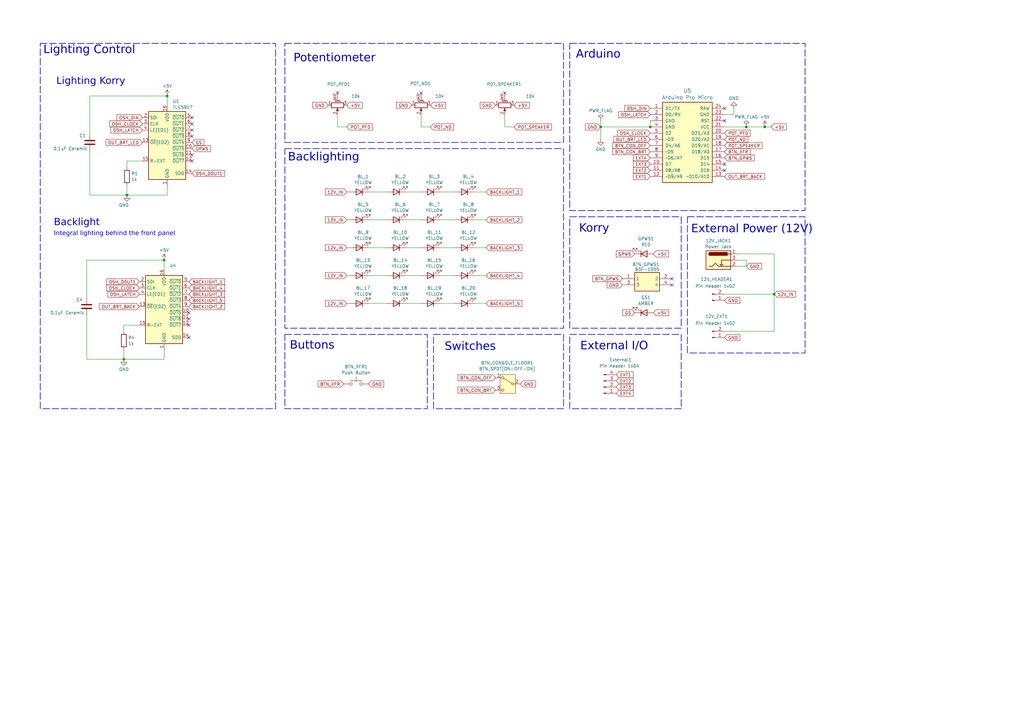
<source format=kicad_sch>
(kicad_sch (version 20231120) (generator "eeschema") (generator_version "8.0")
  (paper "A3")
  (title_block (title "ILLU FO") (date "2024-12-08") (rev "V1.0") (company "S.K."))
  (lib_symbols
    (symbol "Arduino:Sparkfun_Pro_Micro" (pin_names (offset 1.016))
      (property "Reference" "U" (at -8.89 21.59 0))
      (property "Value" "Sparkfun_Pro_Micro" (at 0 19.05 0))
      (symbol "Sparkfun_Pro_Micro_0_1"
        (rectangle (start -10.16 17.78) (end 10.16 -15.24) (stroke (width 0.254)) (fill (type background)))
      )
      (symbol "Sparkfun_Pro_Micro_1_1"
        (pin bidirectional line (at -15.24 15.24 0) (length 5.08) (name "D1/TX") (number "1"))
        (pin bidirectional line (at -15.24 -7.62 0) (length 5.08) (name "D7") (number "10"))
        (pin bidirectional line (at -15.24 -10.16 0) (length 5.08) (name "D8/A8") (number "11"))
        (pin bidirectional line (at -15.24 -12.7 0) (length 5.08) (name "~D9/A9") (number "12"))
        (pin bidirectional line (at 15.24 -12.7 180) (length 5.08) (name "~D10/A10") (number "13"))
        (pin bidirectional line (at 15.24 -10.16 180) (length 5.08) (name "D16") (number "14"))
        (pin bidirectional line (at 15.24 -7.62 180) (length 5.08) (name "D14") (number "15"))
        (pin bidirectional line (at 15.24 -5.08 180) (length 5.08) (name "D15") (number "16"))
        (pin bidirectional line (at 15.24 -2.54 180) (length 5.08) (name "D18/A0") (number "17"))
        (pin bidirectional line (at 15.24 0 180) (length 5.08) (name "D19/A1") (number "18"))
        (pin bidirectional line (at 15.24 2.54 180) (length 5.08) (name "D20/A2") (number "19"))
        (pin bidirectional line (at -15.24 12.7 0) (length 5.08) (name "D0/RX") (number "2"))
        (pin bidirectional line (at 15.24 5.08 180) (length 5.08) (name "D21/A3") (number "20"))
        (pin power_in line (at 15.24 7.62 180) (length 5.08) (name "VCC") (number "21"))
        (pin input line (at 15.24 10.16 180) (length 5.08) (name "RST") (number "22"))
        (pin power_in line (at 15.24 12.7 180) (length 5.08) (name "GND") (number "23"))
        (pin power_in line (at 15.24 15.24 180) (length 5.08) (name "RAW") (number "24"))
        (pin power_in line (at -15.24 10.16 0) (length 5.08) (name "GND") (number "3"))
        (pin power_in line (at -15.24 7.62 0) (length 5.08) (name "GND") (number "4"))
        (pin bidirectional line (at -15.24 5.08 0) (length 5.08) (name "D2") (number "5"))
        (pin bidirectional line (at -15.24 2.54 0) (length 5.08) (name "~D3") (number "6"))
        (pin bidirectional line (at -15.24 0 0) (length 5.08) (name "D4/A6") (number "7"))
        (pin bidirectional line (at -15.24 -2.54 0) (length 5.08) (name "~D5") (number "8"))
        (pin bidirectional line (at -15.24 -5.08 0) (length 5.08) (name "~D6/A7") (number "9"))
      )
    )
    (symbol "Connector:Barrel_Jack_Switch" (pin_names hide)
      (property "Reference" "J" (at 0 5.334 0))
      (property "Value" "Barrel_Jack_Switch" (at 0 -5.08 0))
      (symbol "Barrel_Jack_Switch_0_1"
        (rectangle (start -5.08 3.81) (end 5.08 -3.81) (stroke (width 0.254)) (fill (type background)))
        (arc (start -3.302 3.175) (mid -3.9343 2.54) (end -3.302 1.905) (stroke (width 0.254)))
        (arc (start -3.302 3.175) (mid -3.9343 2.54) (end -3.302 1.905) (stroke (width 0.254)) (fill (type outline)))
        (polyline (pts (xy 1.27 -2.286) (xy 1.905 -1.651)) (stroke (width 0.254)))
        (polyline (pts (xy 5.08 2.54) (xy 3.81 2.54)) (stroke (width 0.254)))
        (polyline (pts (xy 5.08 0) (xy 1.27 0) (xy 1.27 -2.286) (xy 0.635 -1.651)) (stroke (width 0.254)))
        (polyline (pts (xy -3.81 -2.54) (xy -2.54 -2.54) (xy -1.27 -1.27) (xy 0 -2.54) (xy 2.54 -2.54) (xy 5.08 -2.54)) (stroke (width 0.254)))
        (rectangle (start 3.683 3.175) (end -3.302 1.905) (stroke (width 0.254)) (fill (type outline)))
      )
      (symbol "Barrel_Jack_Switch_1_1"
        (pin passive line (at 7.62 2.54 180) (length 2.54) (name "~") (number "1"))
        (pin passive line (at 7.62 -2.54 180) (length 2.54) (name "~") (number "2"))
        (pin passive line (at 7.62 0 180) (length 2.54) (name "~") (number "3"))
      )
    )
    (symbol "Connector:Conn_01x02_Pin" (pin_names (offset 1.016) hide)
      (property "Reference" "J" (at 0 2.54 0))
      (property "Value" "Conn_01x02_Pin" (at 0 -5.08 0))
      (symbol "Conn_01x02_Pin_1_1"
        (polyline (pts (xy 1.27 -2.54) (xy 0.8636 -2.54)) (stroke (width 0.1524)))
        (polyline (pts (xy 1.27 0) (xy 0.8636 0)) (stroke (width 0.1524)))
        (rectangle (start 0.8636 -2.413) (end 0 -2.667) (stroke (width 0.1524)) (fill (type outline)))
        (rectangle (start 0.8636 0.127) (end 0 -0.127) (stroke (width 0.1524)) (fill (type outline)))
        (pin passive line (at 5.08 0 180) (length 3.81) (name "Pin_1") (number "1"))
        (pin passive line (at 5.08 -2.54 180) (length 3.81) (name "Pin_2") (number "2"))
      )
    )
    (symbol "Connector:Conn_01x04_Pin" (pin_names (offset 1.016) hide)
      (property "Reference" "J" (at 0 5.08 0))
      (property "Value" "Conn_01x04_Pin" (at 0 -7.62 0))
      (symbol "Conn_01x04_Pin_1_1"
        (polyline (pts (xy 1.27 -5.08) (xy 0.8636 -5.08)) (stroke (width 0.1524)))
        (polyline (pts (xy 1.27 -2.54) (xy 0.8636 -2.54)) (stroke (width 0.1524)))
        (polyline (pts (xy 1.27 0) (xy 0.8636 0)) (stroke (width 0.1524)))
        (polyline (pts (xy 1.27 2.54) (xy 0.8636 2.54)) (stroke (width 0.1524)))
        (rectangle (start 0.8636 -4.953) (end 0 -5.207) (stroke (width 0.1524)) (fill (type outline)))
        (rectangle (start 0.8636 -2.413) (end 0 -2.667) (stroke (width 0.1524)) (fill (type outline)))
        (rectangle (start 0.8636 0.127) (end 0 -0.127) (stroke (width 0.1524)) (fill (type outline)))
        (rectangle (start 0.8636 2.667) (end 0 2.413) (stroke (width 0.1524)) (fill (type outline)))
        (pin passive line (at 5.08 2.54 180) (length 3.81) (name "Pin_1") (number "1"))
        (pin passive line (at 5.08 0 180) (length 3.81) (name "Pin_2") (number "2"))
        (pin passive line (at 5.08 -2.54 180) (length 3.81) (name "Pin_3") (number "3"))
        (pin passive line (at 5.08 -5.08 180) (length 3.81) (name "Pin_4") (number "4"))
      )
    )
    (symbol "Device:C" (pin_numbers hide) (pin_names (offset 0.254))
      (property "Reference" "C" (at 0.635 2.54 0))
      (property "Value" "C" (at 0.635 -2.54 0))
      (symbol "C_0_1"
        (polyline (pts (xy -2.032 -0.762) (xy 2.032 -0.762)) (stroke (width 0.508)))
        (polyline (pts (xy -2.032 0.762) (xy 2.032 0.762)) (stroke (width 0.508)))
      )
      (symbol "C_1_1"
        (pin passive line (at 0 3.81 270) (length 2.794) (name "~") (number "1"))
        (pin passive line (at 0 -3.81 90) (length 2.794) (name "~") (number "2"))
      )
    )
    (symbol "Device:LED" (pin_numbers hide) (pin_names (offset 1.016) hide)
      (property "Reference" "D" (at 0 2.54 0))
      (property "Value" "LED" (at 0 -2.54 0))
      (symbol "LED_0_1"
        (polyline (pts (xy -1.27 -1.27) (xy -1.27 1.27)) (stroke (width 0.254)))
        (polyline (pts (xy -1.27 0) (xy 1.27 0)))
        (polyline (pts (xy 1.27 -1.27) (xy 1.27 1.27) (xy -1.27 0) (xy 1.27 -1.27)) (stroke (width 0.254)))
        (polyline (pts (xy -3.048 -0.762) (xy -4.572 -2.286) (xy -3.81 -2.286) (xy -4.572 -2.286) (xy -4.572 -1.524)))
        (polyline (pts (xy -1.778 -0.762) (xy -3.302 -2.286) (xy -2.54 -2.286) (xy -3.302 -2.286) (xy -3.302 -1.524)))
      )
      (symbol "LED_1_1"
        (pin passive line (at -3.81 0 0) (length 2.54) (name "K") (number "1"))
        (pin passive line (at 3.81 0 180) (length 2.54) (name "A") (number "2"))
      )
    )
    (symbol "Device:R" (pin_numbers hide) (pin_names (offset 0))
      (property "Reference" "R" (at 2.032 0 90))
      (property "Value" "R" (at 0 0 90))
      (symbol "R_0_1"
        (rectangle (start -1.016 -2.54) (end 1.016 2.54) (stroke (width 0.254)))
      )
      (symbol "R_1_1"
        (pin passive line (at 0 3.81 270) (length 1.27) (name "~") (number "1"))
        (pin passive line (at 0 -3.81 90) (length 1.27) (name "~") (number "2"))
      )
    )
    (symbol "Device:R_Potentiometer_MountingPin" (pin_names (offset 1.016) hide)
      (property "Reference" "RV" (at -8.255 0 90))
      (property "Value" "R_Potentiometer_MountingPin" (at -6.35 0 90))
      (symbol "R_Potentiometer_MountingPin_0_1"
        (polyline (pts (xy 2.54 0) (xy 1.524 0)))
        (polyline (pts (xy 1.143 0) (xy 2.286 0.508) (xy 2.286 -0.508)) (fill (type outline)))
        (rectangle (start 1.016 2.54) (end -1.016 -2.54) (stroke (width 0.254)))
      )
      (symbol "R_Potentiometer_MountingPin_1_1"
        (polyline (pts (xy -2.032 1.016) (xy -2.032 -1.016)) (stroke (width 0.1524)))
        (text "Mounting" (at -1.651 0 900) (effects (font (size 0.381 0.381))))
        (pin passive line (at 0 3.81 270) (length 1.27) (name "1") (number "1"))
        (pin passive line (at 3.81 0 180) (length 1.27) (name "2") (number "2"))
        (pin passive line (at 0 -3.81 90) (length 1.27) (name "3") (number "3"))
        (pin passive line (at -5.08 0 0) (length 3.048) (name "MountPin") (number "MP"))
      )
    )
    (symbol "Driver_LED:TLC5917"
      (property "Reference" "U" (at -7.62 13.97 0))
      (property "Value" "TLC5917" (at -7.62 -16.51 0))
      (symbol "TLC5917_1_0"
        (pin power_in line (at 0 -17.78 90) (length 2.54) (name "GND") (number "1"))
        (pin open_collector line (at 10.16 -2.54 180) (length 2.54) (name "~{OUT5}") (number "10"))
        (pin open_collector line (at 10.16 -5.08 180) (length 2.54) (name "~{OUT6}") (number "11"))
        (pin open_collector line (at 10.16 -7.62 180) (length 2.54) (name "~{OUT7}") (number "12"))
        (pin passive line (at -10.16 0 0) (length 2.54) (name "~{OE}(ED2)") (number "13"))
        (pin output line (at 10.16 -12.7 180) (length 2.54) (name "SDO") (number "14"))
        (pin input line (at -10.16 -7.62 0) (length 2.54) (name "R-EXT") (number "15"))
        (pin power_in line (at 0 15.24 270) (length 2.54) (name "VDD") (number "16"))
        (pin input line (at -10.16 10.16 0) (length 2.54) (name "SDI") (number "2"))
        (pin input line (at -10.16 7.62 0) (length 2.54) (name "CLK") (number "3"))
        (pin passive line (at -10.16 5.08 0) (length 2.54) (name "LE(ED1)") (number "4"))
        (pin open_collector line (at 10.16 10.16 180) (length 2.54) (name "~{OUT0}") (number "5"))
        (pin open_collector line (at 10.16 7.62 180) (length 2.54) (name "~{OUT1}") (number "6"))
        (pin open_collector line (at 10.16 5.08 180) (length 2.54) (name "~{OUT2}") (number "7"))
        (pin open_collector line (at 10.16 2.54 180) (length 2.54) (name "~{OUT3}") (number "8"))
        (pin open_collector line (at 10.16 0 180) (length 2.54) (name "~{OUT4}") (number "9"))
      )
      (symbol "TLC5917_1_1"
        (rectangle (start -7.62 12.7) (end 7.62 -15.24) (stroke (width 0.254)) (fill (type background)))
      )
    )
    (symbol "SamacSys_Parts:B3F-1055"
      (property "Reference" "SW" (at 5.588 7.62 0))
      (property "Value" "B3F-1055" (at 5.334 5.08 0))
      (symbol "B3F-1055_1_1"
        (rectangle (start 5.08 2.54) (end 15.24 -5.08) (stroke (width 0.254)) (fill (type background)))
        (pin passive line (at 20.32 -2.54 180) (length 5.08) (name "1") (number "1"))
        (pin passive line (at 0 -2.54 0) (length 5.08) (name "2") (number "2"))
        (pin passive line (at 20.32 0 180) (length 5.08) (name "3") (number "3"))
        (pin passive line (at 0 0 0) (length 5.08) (name "4") (number "4"))
      )
    )
    (symbol "Switch:SW_Push" (pin_numbers hide) (pin_names (offset 1.016) hide)
      (property "Reference" "SW" (at 1.27 2.54 0))
      (property "Value" "SW_Push" (at 0 -1.524 0))
      (symbol "SW_Push_0_1"
        (circle (center -2.032 0) (radius 0.508))
        (polyline (pts (xy 0 1.27) (xy 0 3.048)))
        (polyline (pts (xy 2.54 1.27) (xy -2.54 1.27)))
        (circle (center 2.032 0) (radius 0.508))
        (pin passive line (at -5.08 0 0) (length 2.54) (name "1") (number "1"))
        (pin passive line (at 5.08 0 180) (length 2.54) (name "2") (number "2"))
      )
    )
    (symbol "Switch:SW_SPDT" (pin_names (offset 0) hide)
      (property "Reference" "SW" (at 0 5.08 0))
      (property "Value" "SW_SPDT" (at 0 -5.08 0))
      (symbol "SW_SPDT_0_1"
        (circle (center -2.032 0) (radius 0.4572))
        (polyline (pts (xy -1.651 0.254) (xy 1.651 2.286)))
        (circle (center 2.032 -2.54) (radius 0.4572))
        (circle (center 2.032 2.54) (radius 0.4572))
      )
      (symbol "SW_SPDT_1_1"
        (rectangle (start -3.175 3.81) (end 3.175 -3.81) (fill (type background)))
        (pin passive line (at 5.08 2.54 180) (length 2.54) (name "A") (number "1"))
        (pin passive line (at -5.08 0 0) (length 2.54) (name "B") (number "2"))
        (pin passive line (at 5.08 -2.54 180) (length 2.54) (name "C") (number "3"))
      )
    )
    (symbol "power:+5V" (power) (pin_numbers hide) (pin_names (offset 0) hide)
      (property "Value" "+5V" (at 0 3.556 0))
      (symbol "+5V_0_1"
        (polyline (pts (xy -0.762 1.27) (xy 0 2.54)))
        (polyline (pts (xy 0 0) (xy 0 2.54)))
        (polyline (pts (xy 0 2.54) (xy 0.762 1.27)))
      )
      (symbol "+5V_1_1"
        (pin power_in line (at 0 0 90) (length 0) (name "~") (number "1"))
      )
    )
    (symbol "power:GND" (power) (pin_numbers hide) (pin_names (offset 0) hide)
      (property "Value" "GND" (at 0 -3.81 0))
      (symbol "GND_0_1"
        (polyline (pts (xy 0 0) (xy 0 -1.27) (xy 1.27 -1.27) (xy 0 -2.54) (xy -1.27 -1.27) (xy 0 -1.27)))
      )
      (symbol "GND_1_1"
        (pin power_in line (at 0 0 270) (length 0) (name "~") (number "1"))
      )
    )
    (symbol "power:PWR_FLAG" (power) (pin_numbers hide) (pin_names (offset 0) hide)
      (property "Value" "PWR_FLAG" (at 0 3.81 0))
      (symbol "PWR_FLAG_0_0"
        (pin power_out line (at 0 0 90) (length 0) (name "~") (number "1"))
      )
      (symbol "PWR_FLAG_0_1"
        (polyline (pts (xy 0 0) (xy 0 1.27) (xy -1.016 1.905) (xy 0 2.54) (xy 1.016 1.905) (xy 0 1.27)))
      )
    )
  )
  (junction (at 67.31 106.68))
  (junction (at 306.07 52.07))
  (junction (at 266.7 52.07))
  (junction (at 246.38 52.07))
  (junction (at 68.58 39.37))
  (junction (at 50.8 147.32))
  (junction (at 317.5 120.65))
  (junction (at 313.69 52.07))
  (junction (at 52.07 80.01))
  (no_connect (at 77.47 130.81))
  (no_connect (at 138.43 38.1))
  (no_connect (at 297.18 49.53))
  (no_connect (at 78.74 63.5))
  (no_connect (at 172.72 38.1))
  (no_connect (at 297.18 44.45))
  (no_connect (at 78.74 50.8))
  (no_connect (at 207.01 38.1))
  (no_connect (at 77.47 128.27))
  (no_connect (at 78.74 48.26))
  (no_connect (at 275.59 114.3))
  (no_connect (at 77.47 133.35))
  (no_connect (at 297.18 67.31))
  (no_connect (at 78.74 66.04))
  (no_connect (at 78.74 55.88))
  (no_connect (at 275.59 116.84))
  (no_connect (at 78.74 53.34))
  (no_connect (at 297.18 69.85))
  (no_connect (at 77.47 138.43))
  (wire (pts (xy 151.13 90.17) (xy 158.75 90.17)))
  (wire (pts (xy 138.43 52.07) (xy 142.24 52.07)))
  (wire (pts (xy 166.37 78.74) (xy 172.72 78.74)))
  (wire (pts (xy 194.31 113.03) (xy 199.39 113.03)))
  (wire (pts (xy 194.31 124.46) (xy 199.39 124.46)))
  (wire (pts (xy 52.07 80.01) (xy 68.58 80.01)))
  (wire (pts (xy 36.83 80.01) (xy 52.07 80.01)))
  (wire (pts (xy 207.01 52.07) (xy 207.01 46.99)))
  (wire (pts (xy 143.51 113.03) (xy 142.24 113.03)))
  (wire (pts (xy 35.56 106.68) (xy 67.31 106.68)))
  (wire (pts (xy 166.37 124.46) (xy 172.72 124.46)))
  (wire (pts (xy 35.56 147.32) (xy 50.8 147.32)))
  (wire (pts (xy 302.26 104.14) (xy 317.5 104.14)))
  (wire (pts (xy 68.58 80.01) (xy 68.58 76.2)))
  (wire (pts (xy 52.07 76.2) (xy 52.07 80.01)))
  (wire (pts (xy 36.83 39.37) (xy 36.83 54.61)))
  (wire (pts (xy 302.26 109.22) (xy 306.07 109.22)))
  (wire (pts (xy 246.38 52.07) (xy 266.7 52.07)))
  (wire (pts (xy 300.99 46.99) (xy 300.99 44.45)))
  (wire (pts (xy 172.72 52.07) (xy 176.53 52.07)))
  (wire (pts (xy 246.38 49.53) (xy 246.38 52.07)))
  (wire (pts (xy 194.31 78.74) (xy 199.39 78.74)))
  (wire (pts (xy 297.18 120.65) (xy 317.5 120.65)))
  (wire (pts (xy 142.24 78.74) (xy 143.51 78.74)))
  (wire (pts (xy 58.42 66.04) (xy 52.07 66.04)))
  (wire (pts (xy 50.8 143.51) (xy 50.8 147.32)))
  (wire (pts (xy 306.07 106.68) (xy 306.07 109.22)))
  (wire (pts (xy 138.43 52.07) (xy 138.43 46.99)))
  (wire (pts (xy 151.13 78.74) (xy 158.75 78.74)))
  (wire (pts (xy 151.13 113.03) (xy 158.75 113.03)))
  (wire (pts (xy 317.5 104.14) (xy 317.5 120.65)))
  (wire (pts (xy 207.01 52.07) (xy 210.82 52.07)))
  (wire (pts (xy 180.34 90.17) (xy 186.69 90.17)))
  (wire (pts (xy 180.34 78.74) (xy 186.69 78.74)))
  (wire (pts (xy 172.72 52.07) (xy 172.72 46.99)))
  (wire (pts (xy 297.18 46.99) (xy 300.99 46.99)))
  (wire (pts (xy 166.37 113.03) (xy 172.72 113.03)))
  (wire (pts (xy 36.83 62.23) (xy 36.83 80.01)))
  (wire (pts (xy 246.38 57.15) (xy 246.38 52.07)))
  (wire (pts (xy 143.51 90.17) (xy 142.24 90.17)))
  (wire (pts (xy 194.31 90.17) (xy 199.39 90.17)))
  (wire (pts (xy 50.8 133.35) (xy 50.8 135.89)))
  (wire (pts (xy 166.37 90.17) (xy 172.72 90.17)))
  (wire (pts (xy 297.18 52.07) (xy 306.07 52.07)))
  (wire (pts (xy 68.58 39.37) (xy 68.58 43.18)))
  (wire (pts (xy 180.34 113.03) (xy 186.69 113.03)))
  (wire (pts (xy 302.26 106.68) (xy 306.07 106.68)))
  (wire (pts (xy 317.5 135.89) (xy 317.5 120.65)))
  (wire (pts (xy 151.13 124.46) (xy 158.75 124.46)))
  (wire (pts (xy 52.07 66.04) (xy 52.07 68.58)))
  (wire (pts (xy 35.56 106.68) (xy 35.56 121.92)))
  (wire (pts (xy 166.37 101.6) (xy 172.72 101.6)))
  (wire (pts (xy 35.56 129.54) (xy 35.56 147.32)))
  (wire (pts (xy 306.07 52.07) (xy 313.69 52.07)))
  (wire (pts (xy 313.69 52.07) (xy 316.23 52.07)))
  (wire (pts (xy 36.83 39.37) (xy 68.58 39.37)))
  (wire (pts (xy 180.34 101.6) (xy 186.69 101.6)))
  (wire (pts (xy 180.34 124.46) (xy 186.69 124.46)))
  (wire (pts (xy 67.31 106.68) (xy 67.31 110.49)))
  (wire (pts (xy 297.18 135.89) (xy 317.5 135.89)))
  (wire (pts (xy 266.7 49.53) (xy 266.7 52.07)))
  (wire (pts (xy 194.31 101.6) (xy 199.39 101.6)))
  (wire (pts (xy 67.31 147.32) (xy 67.31 143.51)))
  (wire (pts (xy 143.51 124.46) (xy 142.24 124.46)))
  (wire (pts (xy 143.51 101.6) (xy 142.24 101.6)))
  (wire (pts (xy 151.13 101.6) (xy 158.75 101.6)))
  (wire (pts (xy 57.15 133.35) (xy 50.8 133.35)))
  (wire (pts (xy 50.8 147.32) (xy 67.31 147.32)))
  (rectangle (start 116.84 17.78) (end 231.14 58.42) (stroke (width 0.254) (type dash)))
  (rectangle (start 281.94 88.9) (end 330.2 144.78) (stroke (width 0.254) (type dash)))
  (rectangle (start 16.51 17.78) (end 113.03 167.64) (stroke (width 0.254) (type dash)))
  (rectangle (start 177.8 137.16) (end 231.14 167.64) (stroke (width 0.254) (type dash)))
  (rectangle (start 116.84 137.16) (end 175.26 167.64) (stroke (width 0.254) (type dash)))
  (rectangle (start 116.8399 60.96) (end 231.14 134.62) (stroke (width 0.254) (type dash)))
  (rectangle (start 233.68 137.16) (end 279.4 167.64) (stroke (width 0.254) (type dash)))
  (rectangle (start 233.68 17.78) (end 330.2 86.36) (stroke (width 0.254) (type dash)))
  (rectangle (start 233.68 88.9) (end 279.4 134.62) (stroke (width 0.254) (type dash)))
  (text "Backlighting" (at 118.11 63.5 0) (effects (font (size 3.3782 3.3782)) (justify left top)))
  (text "Arduino" (at 236.22 21.336 0) (effects (font (size 3.3782 3.3782)) (justify left top)))
  (text "Switches" (at 182.372 141.224 0) (effects (font (size 3.3782 3.3782)) (justify left top)))
  (text "External I/O" (at 237.998 140.97 0) (effects (font (size 3.3782 3.3782)) (justify left top)))
  (text "Korry" (at 237.49 92.71 0) (effects (font (size 3.3782 3.3782)) (justify left top)))
  (text "Buttons" (at 118.872 140.716 0) (effects (font (size 3.3782 3.3782)) (justify left top)))
  (text "External Power (12V)" (at 283.464 92.964 0) (effects (font (size 3.3782 3.3782)) (justify left top)))
  (text "Lighting Korry " (at 23.114 32.512 0) (effects (font (size 2.8956 2.8956)) (justify left top)))
  (text "Lighting Control" (at 17.78 19.4818 0) (effects (font (size 3.3782 3.3782)) (justify left top)))
  (text "Integral lighting behind the front panel" (at 22.098 95.3008 0) (effects (font (size 1.8288 1.8288)) (justify left top)))
  (text "Potentiometer" (at 120.396 22.86 0) (effects (font (size 3.3782 3.3782)) (justify left top)))
  (text "Backlight" (at 22.098 90.424 0) (effects (font (size 2.8956 2.8956)) (justify left top)))
  (global_label "GPWS" (shape input) (at 78.74 60.96 0) (property "Intersheetrefs" "${INTERSHEET_REFS}" (effects (hide yes))))
  (global_label "OSH_LATCH" (shape input) (at 266.7 46.99 180) (property "Intersheetrefs" "${INTERSHEET_REFS}" (effects (hide yes))))
  (global_label "POT_SPEAKER" (shape input) (at 210.82 52.07 0) (property "Intersheetrefs" "${INTERSHEET_REFS}" (effects (hide yes))))
  (global_label "+5V" (shape input) (at 176.53 43.18 0) (property "Intersheetrefs" "${INTERSHEET_REFS}" (effects (hide yes))))
  (global_label "BTN_XFR" (shape input) (at 140.97 157.48 180) (property "Intersheetrefs" "${INTERSHEET_REFS}" (effects (hide yes))))
  (global_label "12V_IN" (shape input) (at 142.24 124.46 180) (property "Intersheetrefs" "${INTERSHEET_REFS}" (effects (hide yes))))
  (global_label "GND" (shape input) (at 246.38 52.07 180) (property "Intersheetrefs" "${INTERSHEET_REFS}" (effects (hide yes))))
  (global_label "BTN_XFR" (shape input) (at 297.18 62.23 0) (property "Intersheetrefs" "${INTERSHEET_REFS}" (effects (hide yes))))
  (global_label "BACKLIGHT_5" (shape input) (at 77.47 123.19 0) (property "Intersheetrefs" "${INTERSHEET_REFS}" (effects (hide yes))))
  (global_label "OUT_BRT_LED" (shape input) (at 266.7 57.15 180) (property "Intersheetrefs" "${INTERSHEET_REFS}" (effects (hide yes))))
  (global_label "BACKLIGHT_3" (shape input) (at 77.47 120.65 0) (property "Intersheetrefs" "${INTERSHEET_REFS}" (effects (hide yes))))
  (global_label "EXT2" (shape input) (at 266.7 69.85 180) (property "Intersheetrefs" "${INTERSHEET_REFS}" (effects (hide yes))))
  (global_label "GPWS" (shape input) (at 260.35 104.14 180) (property "Intersheetrefs" "${INTERSHEET_REFS}" (effects (hide yes))))
  (global_label "BACKLIGHT_3" (shape input) (at 199.39 101.6 0) (property "Intersheetrefs" "${INTERSHEET_REFS}" (effects (hide yes))))
  (global_label "GS" (shape input) (at 78.74 58.42 0) (property "Intersheetrefs" "${INTERSHEET_REFS}" (effects (hide yes))))
  (global_label "GND" (shape input) (at 297.18 123.19 0) (property "Intersheetrefs" "${INTERSHEET_REFS}" (effects (hide yes))))
  (global_label "BACKLIGHT_1" (shape input) (at 199.39 78.74 0) (property "Intersheetrefs" "${INTERSHEET_REFS}" (effects (hide yes))))
  (global_label "+5V" (shape input) (at 267.97 104.14 0) (property "Intersheetrefs" "${INTERSHEET_REFS}" (effects (hide yes))))
  (global_label "GS" (shape input) (at 260.35 128.27 180) (property "Intersheetrefs" "${INTERSHEET_REFS}" (effects (hide yes))))
  (global_label "BTN_CON_OFF" (shape input) (at 266.7 59.69 180) (property "Intersheetrefs" "${INTERSHEET_REFS}" (effects (hide yes))))
  (global_label "EXT2" (shape input) (at 252.73 156.21 0) (property "Intersheetrefs" "${INTERSHEET_REFS}" (effects (hide yes))))
  (global_label "BTN_CON_OFF" (shape input) (at 203.2 154.94 180) (property "Intersheetrefs" "${INTERSHEET_REFS}" (effects (hide yes))))
  (global_label "12V_IN" (shape input) (at 317.5 120.65 0) (property "Intersheetrefs" "${INTERSHEET_REFS}" (effects (hide yes))))
  (global_label "12V_IN" (shape input) (at 142.24 78.74 180) (property "Intersheetrefs" "${INTERSHEET_REFS}" (effects (hide yes))))
  (global_label "OSH_LATCH" (shape input) (at 57.15 120.65 180) (property "Intersheetrefs" "${INTERSHEET_REFS}" (effects (hide yes))))
  (global_label "OSH_LATCH" (shape input) (at 58.42 53.34 180) (property "Intersheetrefs" "${INTERSHEET_REFS}" (effects (hide yes))))
  (global_label "POT_PFD" (shape input) (at 142.24 52.07 0) (property "Intersheetrefs" "${INTERSHEET_REFS}" (effects (hide yes))))
  (global_label "BTN_CON_BRT" (shape input) (at 266.7 62.23 180) (property "Intersheetrefs" "${INTERSHEET_REFS}" (effects (hide yes))))
  (global_label "EXT4" (shape input) (at 252.73 161.29 0) (property "Intersheetrefs" "${INTERSHEET_REFS}" (effects (hide yes))))
  (global_label "+5V" (shape input) (at 142.24 43.18 0) (property "Intersheetrefs" "${INTERSHEET_REFS}" (effects (hide yes))))
  (global_label "12V_IN" (shape input) (at 142.24 101.6 180) (property "Intersheetrefs" "${INTERSHEET_REFS}" (effects (hide yes))))
  (global_label "GND" (shape input) (at 297.18 138.43 0) (property "Intersheetrefs" "${INTERSHEET_REFS}" (effects (hide yes))))
  (global_label "OSH_DOUT1" (shape input) (at 57.15 115.57 180) (property "Intersheetrefs" "${INTERSHEET_REFS}" (effects (hide yes))))
  (global_label "+5V" (shape input) (at 316.23 52.07 0) (property "Intersheetrefs" "${INTERSHEET_REFS}" (effects (hide yes))))
  (global_label "GND" (shape input) (at 151.13 157.48 0) (property "Intersheetrefs" "${INTERSHEET_REFS}" (effects (hide yes))))
  (global_label "BTN_GPWS" (shape input) (at 297.18 64.77 0) (property "Intersheetrefs" "${INTERSHEET_REFS}" (effects (hide yes))))
  (global_label "OUT_BRT_BACK" (shape input) (at 57.15 125.73 180) (property "Intersheetrefs" "${INTERSHEET_REFS}" (effects (hide yes))))
  (global_label "EXT1" (shape input) (at 266.7 72.39 180) (property "Intersheetrefs" "${INTERSHEET_REFS}" (effects (hide yes))))
  (global_label "12V_IN" (shape input) (at 142.24 90.17 180) (property "Intersheetrefs" "${INTERSHEET_REFS}" (effects (hide yes))))
  (global_label "+5V" (shape input) (at 210.82 43.18 0) (property "Intersheetrefs" "${INTERSHEET_REFS}" (effects (hide yes))))
  (global_label "BACKLIGHT_4" (shape input) (at 77.47 118.11 0) (property "Intersheetrefs" "${INTERSHEET_REFS}" (effects (hide yes))))
  (global_label "POT_ND" (shape input) (at 297.18 57.15 0) (property "Intersheetrefs" "${INTERSHEET_REFS}" (effects (hide yes))))
  (global_label "OSH_DIN" (shape input) (at 58.42 48.26 180) (property "Intersheetrefs" "${INTERSHEET_REFS}" (effects (hide yes))))
  (global_label "12V_IN" (shape input) (at 142.24 113.03 180) (property "Intersheetrefs" "${INTERSHEET_REFS}" (effects (hide yes))))
  (global_label "EXT3" (shape input) (at 252.73 158.75 0) (property "Intersheetrefs" "${INTERSHEET_REFS}" (effects (hide yes))))
  (global_label "OSH_CLOCK" (shape input) (at 266.7 54.61 180) (property "Intersheetrefs" "${INTERSHEET_REFS}" (effects (hide yes))))
  (global_label "GND" (shape input) (at 168.91 43.18 180) (property "Intersheetrefs" "${INTERSHEET_REFS}" (effects (hide yes))))
  (global_label "BACKLIGHT_2" (shape input) (at 77.47 125.73 0) (property "Intersheetrefs" "${INTERSHEET_REFS}" (effects (hide yes))))
  (global_label "BACKLIGHT_1" (shape input) (at 77.47 115.57 0) (property "Intersheetrefs" "${INTERSHEET_REFS}" (effects (hide yes))))
  (global_label "OSH_DOUT1" (shape input) (at 78.74 71.12 0) (property "Intersheetrefs" "${INTERSHEET_REFS}" (effects (hide yes))))
  (global_label "EXT4" (shape input) (at 266.7 64.77 180) (property "Intersheetrefs" "${INTERSHEET_REFS}" (effects (hide yes))))
  (global_label "POT_SPEAKER" (shape input) (at 297.18 59.69 0) (property "Intersheetrefs" "${INTERSHEET_REFS}" (effects (hide yes))))
  (global_label "GND" (shape input) (at 134.62 43.18 180) (property "Intersheetrefs" "${INTERSHEET_REFS}" (effects (hide yes))))
  (global_label "POT_ND" (shape input) (at 176.53 52.07 0) (property "Intersheetrefs" "${INTERSHEET_REFS}" (effects (hide yes))))
  (global_label "EXT3" (shape input) (at 266.7 67.31 180) (property "Intersheetrefs" "${INTERSHEET_REFS}" (effects (hide yes))))
  (global_label "+5V" (shape input) (at 267.97 128.27 0) (property "Intersheetrefs" "${INTERSHEET_REFS}" (effects (hide yes))))
  (global_label "EXT1" (shape input) (at 252.73 153.67 0) (property "Intersheetrefs" "${INTERSHEET_REFS}" (effects (hide yes))))
  (global_label "OSH_CLOCK" (shape input) (at 57.15 118.11 180) (property "Intersheetrefs" "${INTERSHEET_REFS}" (effects (hide yes))))
  (global_label "OUT_BRT_LED" (shape input) (at 58.42 58.42 180) (property "Intersheetrefs" "${INTERSHEET_REFS}" (effects (hide yes))))
  (global_label "GND" (shape input) (at 203.2 43.18 180) (property "Intersheetrefs" "${INTERSHEET_REFS}" (effects (hide yes))))
  (global_label "BACKLIGHT_5" (shape input) (at 199.39 124.46 0) (property "Intersheetrefs" "${INTERSHEET_REFS}" (effects (hide yes))))
  (global_label "GND" (shape input) (at 306.07 109.22 0) (property "Intersheetrefs" "${INTERSHEET_REFS}" (effects (hide yes))))
  (global_label "POT_PFD" (shape input) (at 297.18 54.61 0) (property "Intersheetrefs" "${INTERSHEET_REFS}" (effects (hide yes))))
  (global_label "BTN_CON_BRT" (shape input) (at 203.2 160.02 180) (property "Intersheetrefs" "${INTERSHEET_REFS}" (effects (hide yes))))
  (global_label "OSH_CLOCK" (shape input) (at 58.42 50.8 180) (property "Intersheetrefs" "${INTERSHEET_REFS}" (effects (hide yes))))
  (global_label "OUT_BRT_BACK" (shape input) (at 297.18 72.39 0) (property "Intersheetrefs" "${INTERSHEET_REFS}" (effects (hide yes))))
  (global_label "GND" (shape input) (at 213.36 157.48 0) (property "Intersheetrefs" "${INTERSHEET_REFS}" (effects (hide yes))))
  (global_label "BACKLIGHT_4" (shape input) (at 199.39 113.03 0) (property "Intersheetrefs" "${INTERSHEET_REFS}" (effects (hide yes))))
  (global_label "BTN_GPWS" (shape input) (at 255.27 114.3 180) (property "Intersheetrefs" "${INTERSHEET_REFS}" (effects (hide yes))))
  (global_label "OSH_DIN" (shape input) (at 266.7 44.45 180) (property "Intersheetrefs" "${INTERSHEET_REFS}" (effects (hide yes))))
  (global_label "BACKLIGHT_2" (shape input) (at 199.39 90.17 0) (property "Intersheetrefs" "${INTERSHEET_REFS}" (effects (hide yes))))
  (global_label "GND" (shape input) (at 255.27 116.84 180) (property "Intersheetrefs" "${INTERSHEET_REFS}" (effects (hide yes))))
  (symbol (lib_id "Connector:Barrel_Jack_Switch") (at 294.64 106.68 0) (unit 1)
    (property "Reference" "12V_JACK1" (at 294.64 98.7255 0))
    (property "Value" "Power Jack" (at 294.64 101.1498 0))
    (property "Footprint" "Connector_BarrelJack:BarrelJack_Horizontal" (effects (hide yes)))
    (property "Description" "DC Barrel Jack with an internal switch" (effects (hide yes)))
  )
  (symbol (lib_id "Device:LED") (at 162.56 78.74 180) (unit 1)
    (property "Reference" "BL_2" (at 164.1475 72.4365 0))
    (property "Value" "YELLOW" (at 164.1475 74.8608 0))
    (property "Footprint" "LED_THT:LED_D3.0mm" (effects (hide yes)))
    (property "Description" "Light emitting diode" (effects (hide yes)))
  )
  (symbol (lib_id "Connector:Conn_01x02_Pin") (at 292.1 123.19 0) (mirror x) (unit 1)
    (property "Reference" "12V_HEADER1" (at 293.878 114.554 0))
    (property "Value" "Pin Header 1x02" (at 293.37 117.348 0))
    (property "Footprint" "Connector_JST:JST_EH_B2B-EH-A_1x02_P2.50mm_Vertical" (effects (hide yes)))
    (property "Description" "Generic connector, single row, 01x02, script generated" (effects (hide yes)))
  )
  (symbol (lib_id "Device:LED") (at 176.53 124.46 180) (unit 1)
    (property "Reference" "BL_19" (at 178.1175 118.1565 0))
    (property "Value" "YELLOW" (at 178.1175 120.5808 0))
    (property "Footprint" "LED_THT:LED_D3.0mm" (effects (hide yes)))
    (property "Description" "Light emitting diode" (effects (hide yes)))
  )
  (symbol (lib_id "Arduino:Sparkfun_Pro_Micro") (at 281.94 59.69 0) (unit 1)
    (property "Reference" "U5" (at 281.94 37.1526 0) (effects (font (size 1.524 1.524))))
    (property "Value" "Arduino Pro Micro" (at 281.94 39.9855 0) (effects (font (size 1.524 1.524))))
    (property "Footprint" "Arduino:Sparkfun_Pro_Micro" (effects (hide yes)))
    (property "Datasheet" "https://www.sparkfun.com/products/12640" (effects (hide yes)))
    (property "Description" "Sparkfun Pro Micro" (effects (hide yes)))
  )
  (symbol (lib_id "Device:LED") (at 190.5 90.17 180) (unit 1)
    (property "Reference" "BL_8" (at 192.0875 83.8665 0))
    (property "Value" "YELLOW" (at 192.0875 86.2908 0))
    (property "Footprint" "LED_THT:LED_D3.0mm" (effects (hide yes)))
    (property "Description" "Light emitting diode" (effects (hide yes)))
  )
  (symbol (lib_id "power:GND") (at 246.38 57.15 0) (mirror y) (unit 1)
    (property "Reference" "#PWR041" (effects (hide yes)))
    (property "Value" "GND" (at 246.38 61.2831 0))
    (property "Description" "Power symbol creates a global label with name \"GND\" , ground" (effects (hide yes)))
  )
  (symbol (lib_id "Device:R_Potentiometer_MountingPin") (at 138.43 43.18 90) (mirror x) (unit 1)
    (property "Reference" "POT_PFD1" (at 138.938 34.544 90))
    (property "Value" "10k" (at 145.9253 39.4593 90))
    (property "Footprint" "Potentiometer_THT:Potentiometer_Alps_RK09K_Single_Vertical" (effects (hide yes)))
    (property "Description" "Potentiometer with a mounting pin" (effects (hide yes)))
  )
  (symbol (lib_id "power:+5V") (at 68.58 39.37 0) (unit 1)
    (property "Reference" "#PWR06" (effects (hide yes)))
    (property "Value" "+5V" (at 68.58 35.2369 0))
    (property "Description" "Power symbol creates a global label with name \"+5V\"" (effects (hide yes)))
  )
  (symbol (lib_id "Driver_LED:TLC5917") (at 67.31 125.73 0) (unit 1)
    (property "Reference" "U4" (at 69.5041 108.8855 0) (effects (justify left)))
    (property "Value" "TLC5917" (effects (hide yes)))
    (property "Footprint" "Package_DIP:DIP-16_W7.62mm" (effects (hide yes)))
    (property "Datasheet" "https://www.ti.com/lit/ds/symlink/tlc5917.pdf" (effects (hide yes)))
    (property "Description" "8-Channel Constant-Current LED Sink Driver, Short to VLED detection" (effects (hide yes)))
  )
  (symbol (lib_id "Device:R_Potentiometer_MountingPin") (at 207.01 43.18 90) (mirror x) (unit 1)
    (property "Reference" "POT_SPEAKER1" (at 206.756 34.544 90))
    (property "Value" "10k" (at 217.4988 39.4593 90))
    (property "Footprint" "Potentiometer_THT:Potentiometer_Alps_RK09K_Single_Vertical" (effects (hide yes)))
    (property "Description" "Potentiometer with a mounting pin" (effects (hide yes)))
  )
  (symbol (lib_id "power:GND") (at 52.07 80.01 0) (unit 1)
    (property "Reference" "#PWR03" (effects (hide yes)))
    (property "Value" "GND" (at 50.8 84.1431 0))
    (property "Description" "Power symbol creates a global label with name \"GND\" , ground" (effects (hide yes)))
  )
  (symbol (lib_id "Device:LED") (at 176.53 90.17 180) (unit 1)
    (property "Reference" "BL_7" (at 178.1175 83.8665 0))
    (property "Value" "YELLOW" (at 178.1175 86.2908 0))
    (property "Footprint" "LED_THT:LED_D3.0mm" (effects (hide yes)))
    (property "Description" "Light emitting diode" (effects (hide yes)))
  )
  (symbol (lib_id "Device:LED") (at 147.32 113.03 180) (unit 1)
    (property "Reference" "BL_13" (at 148.9075 106.7265 0))
    (property "Value" "YELLOW" (at 148.9075 109.1508 0))
    (property "Footprint" "LED_THT:LED_D3.0mm" (effects (hide yes)))
    (property "Description" "Light emitting diode" (effects (hide yes)))
  )
  (symbol (lib_id "Device:LED") (at 176.53 78.74 180) (unit 1)
    (property "Reference" "BL_3" (at 178.1175 72.4365 0))
    (property "Value" "YELLOW" (at 178.1175 74.8608 0))
    (property "Footprint" "LED_THT:LED_D3.0mm" (effects (hide yes)))
    (property "Description" "Light emitting diode" (effects (hide yes)))
  )
  (symbol (lib_id "Device:LED") (at 147.32 124.46 180) (unit 1)
    (property "Reference" "BL_17" (at 148.9075 118.1565 0))
    (property "Value" "YELLOW" (at 148.9075 120.5808 0))
    (property "Footprint" "LED_THT:LED_D3.0mm" (effects (hide yes)))
    (property "Description" "Light emitting diode" (effects (hide yes)))
  )
  (symbol (lib_id "Device:C") (at 36.83 58.42 0) (unit 1)
    (property "Reference" "C1" (at 32.512 55.626 0) (effects (justify left)))
    (property "Value" "0.1uF Ceramic" (at 21.844 60.96 0) (effects (justify left)))
    (property "Footprint" "Capacitor_THT:C_Disc_D3.0mm_W1.6mm_P2.50mm" (effects (hide yes)))
    (property "Description" "Unpolarized capacitor" (effects (hide yes)))
  )
  (symbol (lib_id "Device:R") (at 50.8 139.7 0) (unit 1)
    (property "Reference" "R4" (at 52.578 138.4878 0) (effects (justify left)))
    (property "Value" "1k" (at 52.578 140.9121 0) (effects (justify left)))
    (property "Footprint" "Resistor_THT:R_Axial_DIN0204_L3.6mm_D1.6mm_P7.62mm_Horizontal" (effects (hide yes)))
    (property "Description" "Resistor" (effects (hide yes)))
  )
  (symbol (lib_id "Device:LED") (at 162.56 113.03 180) (unit 1)
    (property "Reference" "BL_14" (at 164.1475 106.7265 0))
    (property "Value" "YELLOW" (at 164.1475 109.1508 0))
    (property "Footprint" "LED_THT:LED_D3.0mm" (effects (hide yes)))
    (property "Description" "Light emitting diode" (effects (hide yes)))
  )
  (symbol (lib_id "SamacSys_Parts:B3F-1055") (at 275.59 116.84 180) (unit 1)
    (property "Reference" "BTN_GPWS1" (at 264.922 108.458 0))
    (property "Value" "B3F-1055" (at 265.43 110.49 0))
    (property "Footprint" "SamacSys_Parts:B3F1000" (effects (hide yes)))
    (property "Datasheet" "https://omronfs.omron.com/en_US/ecb/products/pdf/en-b3f.pdf" (effects (hide yes)))
    (property "Description" "OMRON ELECTRONIC COMPONENTS - B3F-1055 - SWITCH, TACTILE, SPST-NO, 50mA, THOUGH HOLE" (effects (hide yes)))
    (property "Mouser Part Number" "653-B3F-1055" (effects (hide yes)))
    (property "Mouser Price/Stock" "https://www.mouser.co.uk/ProductDetail/Omron-Electronics/B3F-1055?qs=1tDaWCEHQQ77i2BzV2Yqkw%3D%3D" (effects (hide yes)))
    (property "Manufacturer_Name" "Omron Electronics" (effects (hide yes)))
    (property "Manufacturer_Part_Number" "B3F-1055" (effects (hide yes)))
  )
  (symbol (lib_id "Switch:SW_SPDT") (at 208.28 157.48 0) (mirror y) (unit 1)
    (property "Reference" "BTN_CONSOLE_FLOOR1" (at 208.026 148.844 0))
    (property "Value" "BTN_SPDT[ON-OFF-ON]" (at 208.026 151.2683 0))
    (property "Footprint" "SimPanel:T80-Z1" (effects (hide yes)))
    (property "Description" "Switch, single pole double throw" (effects (hide yes)))
  )
  (symbol (lib_id "power:GND") (at 300.99 44.45 0) (mirror x) (unit 1)
    (property "Reference" "#PWR047" (effects (hide yes)))
    (property "Value" "GND" (at 300.99 40.3169 0))
    (property "Description" "Power symbol creates a global label with name \"GND\" , ground" (effects (hide yes)))
  )
  (symbol (lib_id "Connector:Conn_01x02_Pin") (at 292.1 138.43 0) (mirror x) (unit 1)
    (property "Reference" "12V_EXT1" (at 293.878 129.794 0))
    (property "Value" "Pin Header 1x02" (at 293.37 132.588 0))
    (property "Footprint" "Connector_JST:JST_EH_B2B-EH-A_1x02_P2.50mm_Vertical" (effects (hide yes)))
    (property "Description" "Generic connector, single row, 01x02, script generated" (effects (hide yes)))
  )
  (symbol (lib_id "power:GND") (at 50.8 147.32 0) (unit 1)
    (property "Reference" "#PWR05" (effects (hide yes)))
    (property "Value" "GND" (at 50.8 151.4531 0))
    (property "Description" "Power symbol creates a global label with name \"GND\" , ground" (effects (hide yes)))
  )
  (symbol (lib_id "power:PWR_FLAG") (at 306.07 52.07 0) (unit 1)
    (property "Reference" "#FLG02" (effects (hide yes)))
    (property "Value" "PWR_FLAG" (at 306.07 47.9369 0))
    (property "Description" "Special symbol for telling ERC where power comes from" (effects (hide yes)))
  )
  (symbol (lib_id "Connector:Conn_01x04_Pin") (at 247.65 158.75 0) (mirror x) (unit 1)
    (property "Reference" "External1" (at 254.508 147.574 0))
    (property "Value" "Pin Header 1x04" (at 254 150.114 0))
    (property "Footprint" "Connector_JST:JST_EH_B4B-EH-A_1x04_P2.50mm_Vertical" (effects (hide yes)))
    (property "Description" "Generic connector, single row, 01x04, script generated" (effects (hide yes)))
  )
  (symbol (lib_id "power:+5V") (at 313.69 52.07 0) (unit 1)
    (property "Reference" "#PWR048" (effects (hide yes)))
    (property "Value" "+5V" (at 313.69 47.9369 0))
    (property "Description" "Power symbol creates a global label with name \"+5V\"" (effects (hide yes)))
  )
  (symbol (lib_id "Device:LED") (at 190.5 124.46 180) (unit 1)
    (property "Reference" "BL_20" (at 192.0875 118.1565 0))
    (property "Value" "YELLOW" (at 192.0875 120.5808 0))
    (property "Footprint" "LED_THT:LED_D3.0mm" (effects (hide yes)))
    (property "Description" "Light emitting diode" (effects (hide yes)))
  )
  (symbol (lib_id "power:PWR_FLAG") (at 246.38 49.53 0) (unit 1)
    (property "Reference" "#FLG01" (effects (hide yes)))
    (property "Value" "PWR_FLAG" (at 246.38 45.3969 0))
    (property "Description" "Special symbol for telling ERC where power comes from" (effects (hide yes)))
  )
  (symbol (lib_id "Device:LED") (at 147.32 78.74 180) (unit 1)
    (property "Reference" "BL_1" (at 148.9075 72.4365 0))
    (property "Value" "YELLOW" (at 148.9075 74.8608 0))
    (property "Footprint" "LED_THT:LED_D3.0mm" (effects (hide yes)))
    (property "Description" "Light emitting diode" (effects (hide yes)))
  )
  (symbol (lib_id "Device:LED") (at 190.5 101.6 180) (unit 1)
    (property "Reference" "BL_12" (at 192.0875 95.2965 0))
    (property "Value" "YELLOW" (at 192.0875 97.7208 0))
    (property "Footprint" "LED_THT:LED_D3.0mm" (effects (hide yes)))
    (property "Description" "Light emitting diode" (effects (hide yes)))
  )
  (symbol (lib_id "Device:LED") (at 264.16 104.14 0) (mirror x) (unit 1)
    (property "Reference" "GPWS1" (at 264.922 97.9057 0))
    (property "Value" "RED" (at 264.922 100.33 0))
    (property "Footprint" "LED_THT:LED_D3.0mm" (effects (hide yes)))
    (property "Description" "Light emitting diode" (effects (hide yes)))
  )
  (symbol (lib_id "Device:LED") (at 162.56 90.17 180) (unit 1)
    (property "Reference" "BL_6" (at 164.1475 83.8665 0))
    (property "Value" "YELLOW" (at 164.1475 86.2908 0))
    (property "Footprint" "LED_THT:LED_D3.0mm" (effects (hide yes)))
    (property "Description" "Light emitting diode" (effects (hide yes)))
  )
  (symbol (lib_id "Device:LED") (at 162.56 124.46 180) (unit 1)
    (property "Reference" "BL_18" (at 164.1475 118.1565 0))
    (property "Value" "YELLOW" (at 164.1475 120.5808 0))
    (property "Footprint" "LED_THT:LED_D3.0mm" (effects (hide yes)))
    (property "Description" "Light emitting diode" (effects (hide yes)))
  )
  (symbol (lib_id "Device:LED") (at 147.32 101.6 180) (unit 1)
    (property "Reference" "BL_9" (at 148.9075 95.2965 0))
    (property "Value" "YELLOW" (at 148.9075 97.7208 0))
    (property "Footprint" "LED_THT:LED_D3.0mm" (effects (hide yes)))
    (property "Description" "Light emitting diode" (effects (hide yes)))
  )
  (symbol (lib_id "Device:R") (at 52.07 72.39 0) (unit 1)
    (property "Reference" "R1" (at 53.848 71.1778 0) (effects (justify left)))
    (property "Value" "1k" (at 53.848 73.6021 0) (effects (justify left)))
    (property "Footprint" "Resistor_THT:R_Axial_DIN0204_L3.6mm_D1.6mm_P7.62mm_Horizontal" (effects (hide yes)))
    (property "Description" "Resistor" (effects (hide yes)))
  )
  (symbol (lib_id "Device:LED") (at 162.56 101.6 180) (unit 1)
    (property "Reference" "BL_10" (at 164.1475 95.2965 0))
    (property "Value" "YELLOW" (at 164.1475 97.7208 0))
    (property "Footprint" "LED_THT:LED_D3.0mm" (effects (hide yes)))
    (property "Description" "Light emitting diode" (effects (hide yes)))
  )
  (symbol (lib_id "Device:LED") (at 147.32 90.17 180) (unit 1)
    (property "Reference" "BL_5" (at 148.9075 83.8665 0))
    (property "Value" "YELLOW" (at 148.9075 86.2908 0))
    (property "Footprint" "LED_THT:LED_D3.0mm" (effects (hide yes)))
    (property "Description" "Light emitting diode" (effects (hide yes)))
  )
  (symbol (lib_id "power:+5V") (at 67.31 106.68 0) (unit 1)
    (property "Reference" "#PWR08" (effects (hide yes)))
    (property "Value" "+5V" (at 67.31 102.5469 0))
    (property "Description" "Power symbol creates a global label with name \"+5V\"" (effects (hide yes)))
  )
  (symbol (lib_id "Device:LED") (at 264.16 128.27 0) (mirror x) (unit 1)
    (property "Reference" "GS1" (at 264.922 122.0357 0))
    (property "Value" "AMBER" (at 264.922 124.46 0))
    (property "Footprint" "LED_THT:LED_D3.0mm" (effects (hide yes)))
    (property "Description" "Light emitting diode" (effects (hide yes)))
  )
  (symbol (lib_id "Driver_LED:TLC5917") (at 68.58 58.42 0) (unit 1)
    (property "Reference" "U1" (at 70.7741 41.5755 0) (effects (justify left)))
    (property "Value" "TLC5917" (at 70.7741 43.9998 0) (effects (justify left)))
    (property "Footprint" "Package_DIP:DIP-16_W7.62mm" (effects (hide yes)))
    (property "Datasheet" "https://www.ti.com/lit/ds/symlink/tlc5917.pdf" (effects (hide yes)))
    (property "Description" "8-Channel Constant-Current LED Sink Driver, Short to VLED detection" (effects (hide yes)))
  )
  (symbol (lib_id "Device:LED") (at 176.53 101.6 180) (unit 1)
    (property "Reference" "BL_11" (at 178.1175 95.2965 0))
    (property "Value" "YELLOW" (at 178.1175 97.7208 0))
    (property "Footprint" "LED_THT:LED_D3.0mm" (effects (hide yes)))
    (property "Description" "Light emitting diode" (effects (hide yes)))
  )
  (symbol (lib_id "Device:R_Potentiometer_MountingPin") (at 172.72 43.18 90) (mirror x) (unit 1)
    (property "Reference" "POT_ND1" (at 172.466 34.29 90))
    (property "Value" "10k" (at 180.306 39.4593 90))
    (property "Footprint" "Potentiometer_THT:Potentiometer_Alps_RK09K_Single_Vertical" (effects (hide yes)))
    (property "Description" "Potentiometer with a mounting pin" (effects (hide yes)))
  )
  (symbol (lib_id "Device:LED") (at 190.5 113.03 180) (unit 1)
    (property "Reference" "BL_16" (at 192.0875 106.7265 0))
    (property "Value" "YELLOW" (at 192.0875 109.1508 0))
    (property "Footprint" "LED_THT:LED_D3.0mm" (effects (hide yes)))
    (property "Description" "Light emitting diode" (effects (hide yes)))
  )
  (symbol (lib_id "Device:LED") (at 190.5 78.74 180) (unit 1)
    (property "Reference" "BL_4" (at 192.0875 72.4365 0))
    (property "Value" "YELLOW" (at 192.0875 74.8608 0))
    (property "Footprint" "LED_THT:LED_D3.0mm" (effects (hide yes)))
    (property "Description" "Light emitting diode" (effects (hide yes)))
  )
  (symbol (lib_id "Switch:SW_Push") (at 146.05 157.48 0) (unit 1)
    (property "Reference" "BTN_XFR1" (at 146.05 150.4145 0))
    (property "Value" "Push Button" (at 146.05 152.8388 0))
    (property "Footprint" "My:SW-Push" (effects (hide yes)))
    (property "Description" "Push button switch, generic, two pins" (effects (hide yes)))
  )
  (symbol (lib_id "Device:C") (at 35.56 125.73 0) (unit 1)
    (property "Reference" "C4" (at 31.242 122.936 0) (effects (justify left)))
    (property "Value" "0.1uF Ceramic" (at 20.574 128.27 0) (effects (justify left)))
    (property "Footprint" "Capacitor_THT:C_Disc_D3.0mm_W1.6mm_P2.50mm" (effects (hide yes)))
    (property "Description" "Unpolarized capacitor" (effects (hide yes)))
  )
  (symbol (lib_id "Device:LED") (at 176.53 113.03 180) (unit 1)
    (property "Reference" "BL_15" (at 178.1175 106.7265 0))
    (property "Value" "YELLOW" (at 178.1175 109.1508 0))
    (property "Footprint" "LED_THT:LED_D3.0mm" (effects (hide yes)))
    (property "Description" "Light emitting diode" (effects (hide yes)))
  )
)
</source>
